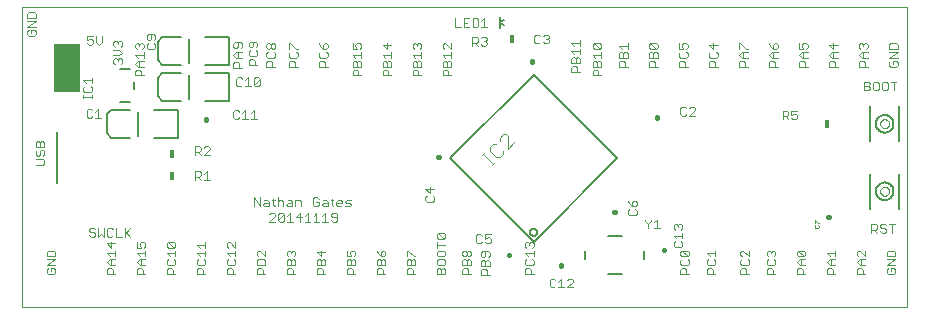
<source format=gto>
G75*
%MOIN*%
%OFA0B0*%
%FSLAX24Y24*%
%IPPOS*%
%LPD*%
%AMOC8*
5,1,8,0,0,1.08239X$1,22.5*
%
%ADD10C,0.0000*%
%ADD11C,0.0030*%
%ADD12R,0.0850X0.1625*%
%ADD13C,0.0080*%
%ADD14R,0.0156X0.0300*%
%ADD15C,0.0050*%
%ADD16C,0.0150*%
%ADD17C,0.0040*%
%ADD18C,0.0010*%
D10*
X001680Y001485D02*
X001680Y011485D01*
X031180Y011485D01*
X031180Y001485D01*
X001680Y001485D01*
X030280Y005360D02*
X030282Y005384D01*
X030288Y005408D01*
X030297Y005430D01*
X030310Y005450D01*
X030326Y005468D01*
X030345Y005483D01*
X030366Y005496D01*
X030388Y005504D01*
X030412Y005509D01*
X030436Y005510D01*
X030460Y005507D01*
X030483Y005500D01*
X030505Y005490D01*
X030525Y005476D01*
X030542Y005459D01*
X030557Y005440D01*
X030568Y005419D01*
X030576Y005396D01*
X030580Y005372D01*
X030580Y005348D01*
X030576Y005324D01*
X030568Y005301D01*
X030557Y005280D01*
X030542Y005261D01*
X030525Y005244D01*
X030505Y005230D01*
X030483Y005220D01*
X030460Y005213D01*
X030436Y005210D01*
X030412Y005211D01*
X030388Y005216D01*
X030366Y005224D01*
X030345Y005237D01*
X030326Y005252D01*
X030310Y005270D01*
X030297Y005290D01*
X030288Y005312D01*
X030282Y005336D01*
X030280Y005360D01*
X030280Y007610D02*
X030282Y007634D01*
X030288Y007658D01*
X030297Y007680D01*
X030310Y007700D01*
X030326Y007718D01*
X030345Y007733D01*
X030366Y007746D01*
X030388Y007754D01*
X030412Y007759D01*
X030436Y007760D01*
X030460Y007757D01*
X030483Y007750D01*
X030505Y007740D01*
X030525Y007726D01*
X030542Y007709D01*
X030557Y007690D01*
X030568Y007669D01*
X030576Y007646D01*
X030580Y007622D01*
X030580Y007598D01*
X030576Y007574D01*
X030568Y007551D01*
X030557Y007530D01*
X030542Y007511D01*
X030525Y007494D01*
X030505Y007480D01*
X030483Y007470D01*
X030460Y007463D01*
X030436Y007460D01*
X030412Y007461D01*
X030388Y007466D01*
X030366Y007474D01*
X030345Y007487D01*
X030326Y007502D01*
X030310Y007520D01*
X030297Y007540D01*
X030288Y007562D01*
X030282Y007586D01*
X030280Y007610D01*
D11*
X030185Y008725D02*
X030233Y008774D01*
X030233Y008967D01*
X030185Y009016D01*
X030088Y009016D01*
X030040Y008967D01*
X030040Y008774D01*
X030088Y008725D01*
X030185Y008725D01*
X030334Y008774D02*
X030383Y008725D01*
X030479Y008725D01*
X030528Y008774D01*
X030528Y008967D01*
X030479Y009016D01*
X030383Y009016D01*
X030334Y008967D01*
X030334Y008774D01*
X030726Y008725D02*
X030726Y009016D01*
X030822Y009016D02*
X030629Y009016D01*
X029938Y008967D02*
X029938Y008919D01*
X029890Y008870D01*
X029745Y008870D01*
X029745Y008725D02*
X029890Y008725D01*
X029938Y008774D01*
X029938Y008822D01*
X029890Y008870D01*
X029938Y008967D02*
X029890Y009016D01*
X029745Y009016D01*
X029745Y008725D01*
X029763Y009516D02*
X029763Y009661D01*
X029715Y009710D01*
X029618Y009710D01*
X029570Y009661D01*
X029570Y009516D01*
X029860Y009516D01*
X030570Y009565D02*
X030618Y009516D01*
X030812Y009516D01*
X030860Y009565D01*
X030860Y009661D01*
X030812Y009710D01*
X030715Y009710D01*
X030715Y009613D01*
X030618Y009710D02*
X030570Y009661D01*
X030570Y009565D01*
X030570Y009811D02*
X030860Y010004D01*
X030570Y010004D01*
X030570Y010106D02*
X030570Y010251D01*
X030618Y010299D01*
X030812Y010299D01*
X030860Y010251D01*
X030860Y010106D01*
X030570Y010106D01*
X030570Y009811D02*
X030860Y009811D01*
X029860Y009811D02*
X029667Y009811D01*
X029570Y009908D01*
X029667Y010004D01*
X029860Y010004D01*
X029812Y010106D02*
X029860Y010154D01*
X029860Y010251D01*
X029812Y010299D01*
X029763Y010299D01*
X029715Y010251D01*
X029715Y010202D01*
X029715Y010251D02*
X029667Y010299D01*
X029618Y010299D01*
X029570Y010251D01*
X029570Y010154D01*
X029618Y010106D01*
X029715Y010004D02*
X029715Y009811D01*
X028860Y009811D02*
X028667Y009811D01*
X028570Y009908D01*
X028667Y010004D01*
X028860Y010004D01*
X028715Y010004D02*
X028715Y009811D01*
X028715Y009710D02*
X028763Y009661D01*
X028763Y009516D01*
X028860Y009516D02*
X028570Y009516D01*
X028570Y009661D01*
X028618Y009710D01*
X028715Y009710D01*
X027860Y009811D02*
X027667Y009811D01*
X027570Y009908D01*
X027667Y010004D01*
X027860Y010004D01*
X027812Y010106D02*
X027860Y010154D01*
X027860Y010251D01*
X027812Y010299D01*
X027715Y010299D01*
X027667Y010251D01*
X027667Y010202D01*
X027715Y010106D01*
X027570Y010106D01*
X027570Y010299D01*
X027715Y010004D02*
X027715Y009811D01*
X027715Y009710D02*
X027763Y009661D01*
X027763Y009516D01*
X027860Y009516D02*
X027570Y009516D01*
X027570Y009661D01*
X027618Y009710D01*
X027715Y009710D01*
X026860Y009811D02*
X026667Y009811D01*
X026570Y009908D01*
X026667Y010004D01*
X026860Y010004D01*
X026812Y010106D02*
X026860Y010154D01*
X026860Y010251D01*
X026812Y010299D01*
X026763Y010299D01*
X026715Y010251D01*
X026715Y010106D01*
X026812Y010106D01*
X026715Y010106D02*
X026618Y010202D01*
X026570Y010299D01*
X026715Y010004D02*
X026715Y009811D01*
X026715Y009710D02*
X026763Y009661D01*
X026763Y009516D01*
X026860Y009516D02*
X026570Y009516D01*
X026570Y009661D01*
X026618Y009710D01*
X026715Y009710D01*
X025860Y009811D02*
X025667Y009811D01*
X025570Y009908D01*
X025667Y010004D01*
X025860Y010004D01*
X025860Y010106D02*
X025812Y010106D01*
X025618Y010299D01*
X025570Y010299D01*
X025570Y010106D01*
X025715Y010004D02*
X025715Y009811D01*
X025715Y009710D02*
X025763Y009661D01*
X025763Y009516D01*
X025860Y009516D02*
X025570Y009516D01*
X025570Y009661D01*
X025618Y009710D01*
X025715Y009710D01*
X024860Y009859D02*
X024860Y009956D01*
X024812Y010004D01*
X024715Y010106D02*
X024715Y010299D01*
X024860Y010251D02*
X024570Y010251D01*
X024715Y010106D01*
X024618Y010004D02*
X024570Y009956D01*
X024570Y009859D01*
X024618Y009811D01*
X024812Y009811D01*
X024860Y009859D01*
X024715Y009710D02*
X024618Y009710D01*
X024570Y009661D01*
X024570Y009516D01*
X024860Y009516D01*
X024763Y009516D02*
X024763Y009661D01*
X024715Y009710D01*
X023860Y009859D02*
X023860Y009956D01*
X023812Y010004D01*
X023812Y010106D02*
X023860Y010154D01*
X023860Y010251D01*
X023812Y010299D01*
X023715Y010299D01*
X023667Y010251D01*
X023667Y010202D01*
X023715Y010106D01*
X023570Y010106D01*
X023570Y010299D01*
X023618Y010004D02*
X023570Y009956D01*
X023570Y009859D01*
X023618Y009811D01*
X023812Y009811D01*
X023860Y009859D01*
X023715Y009710D02*
X023618Y009710D01*
X023570Y009661D01*
X023570Y009516D01*
X023860Y009516D01*
X023763Y009516D02*
X023763Y009661D01*
X023715Y009710D01*
X022860Y009811D02*
X022860Y009956D01*
X022812Y010004D01*
X022763Y010004D01*
X022715Y009956D01*
X022715Y009811D01*
X022715Y009710D02*
X022763Y009661D01*
X022763Y009516D01*
X022860Y009516D02*
X022570Y009516D01*
X022570Y009661D01*
X022618Y009710D01*
X022715Y009710D01*
X022860Y009811D02*
X022570Y009811D01*
X022570Y009956D01*
X022618Y010004D01*
X022667Y010004D01*
X022715Y009956D01*
X022812Y010106D02*
X022618Y010106D01*
X022570Y010154D01*
X022570Y010251D01*
X022618Y010299D01*
X022812Y010106D01*
X022860Y010154D01*
X022860Y010251D01*
X022812Y010299D01*
X022618Y010299D01*
X021860Y010299D02*
X021860Y010106D01*
X021860Y010202D02*
X021570Y010202D01*
X021667Y010106D01*
X021667Y010004D02*
X021715Y009956D01*
X021715Y009811D01*
X021715Y009710D02*
X021763Y009661D01*
X021763Y009516D01*
X021860Y009516D02*
X021570Y009516D01*
X021570Y009661D01*
X021618Y009710D01*
X021715Y009710D01*
X021860Y009811D02*
X021570Y009811D01*
X021570Y009956D01*
X021618Y010004D01*
X021667Y010004D01*
X021715Y009956D02*
X021763Y010004D01*
X021812Y010004D01*
X021860Y009956D01*
X021860Y009811D01*
X020985Y009811D02*
X020985Y010004D01*
X020985Y009908D02*
X020695Y009908D01*
X020792Y009811D01*
X020792Y009710D02*
X020840Y009661D01*
X020840Y009516D01*
X020840Y009415D02*
X020888Y009367D01*
X020888Y009222D01*
X020985Y009222D02*
X020695Y009222D01*
X020695Y009367D01*
X020743Y009415D01*
X020840Y009415D01*
X020985Y009516D02*
X020695Y009516D01*
X020695Y009661D01*
X020743Y009710D01*
X020792Y009710D01*
X020840Y009661D02*
X020888Y009710D01*
X020937Y009710D01*
X020985Y009661D01*
X020985Y009516D01*
X020273Y009629D02*
X020273Y009774D01*
X020224Y009822D01*
X020176Y009822D01*
X020127Y009774D01*
X020127Y009629D01*
X020127Y009528D02*
X020176Y009479D01*
X020176Y009334D01*
X020273Y009334D02*
X019982Y009334D01*
X019982Y009479D01*
X020031Y009528D01*
X020127Y009528D01*
X019982Y009629D02*
X019982Y009774D01*
X020031Y009822D01*
X020079Y009822D01*
X020127Y009774D01*
X020079Y009923D02*
X019982Y010020D01*
X020273Y010020D01*
X020273Y009923D02*
X020273Y010117D01*
X020273Y010218D02*
X020273Y010412D01*
X020273Y010315D02*
X019982Y010315D01*
X020079Y010218D01*
X020695Y010251D02*
X020695Y010154D01*
X020743Y010106D01*
X020937Y010106D01*
X020743Y010299D01*
X020937Y010299D01*
X020985Y010251D01*
X020985Y010154D01*
X020937Y010106D01*
X020743Y010299D02*
X020695Y010251D01*
X020273Y009629D02*
X019982Y009629D01*
X019244Y010341D02*
X019195Y010293D01*
X019099Y010293D01*
X019050Y010341D01*
X018949Y010341D02*
X018901Y010293D01*
X018804Y010293D01*
X018756Y010341D01*
X018756Y010535D01*
X018804Y010583D01*
X018901Y010583D01*
X018949Y010535D01*
X019050Y010535D02*
X019099Y010583D01*
X019195Y010583D01*
X019244Y010535D01*
X019244Y010486D01*
X019195Y010438D01*
X019244Y010390D01*
X019244Y010341D01*
X019195Y010438D02*
X019147Y010438D01*
X017169Y010460D02*
X017169Y010411D01*
X017120Y010363D01*
X017169Y010315D01*
X017169Y010266D01*
X017120Y010218D01*
X017024Y010218D01*
X016975Y010266D01*
X016874Y010218D02*
X016777Y010315D01*
X016826Y010315D02*
X016681Y010315D01*
X016681Y010218D02*
X016681Y010508D01*
X016826Y010508D01*
X016874Y010460D01*
X016874Y010363D01*
X016826Y010315D01*
X016975Y010460D02*
X017024Y010508D01*
X017120Y010508D01*
X017169Y010460D01*
X017120Y010363D02*
X017072Y010363D01*
X017085Y010830D02*
X017085Y011121D01*
X016988Y011024D01*
X016887Y011072D02*
X016887Y010879D01*
X016838Y010830D01*
X016693Y010830D01*
X016693Y011121D01*
X016838Y011121D01*
X016887Y011072D01*
X016592Y011121D02*
X016399Y011121D01*
X016399Y010830D01*
X016592Y010830D01*
X016495Y010975D02*
X016399Y010975D01*
X016297Y010830D02*
X016104Y010830D01*
X016104Y011121D01*
X016988Y010830D02*
X017181Y010830D01*
X015985Y010299D02*
X015985Y010106D01*
X015792Y010299D01*
X015743Y010299D01*
X015695Y010251D01*
X015695Y010154D01*
X015743Y010106D01*
X015985Y010004D02*
X015985Y009811D01*
X015985Y009908D02*
X015695Y009908D01*
X015792Y009811D01*
X015792Y009710D02*
X015743Y009710D01*
X015695Y009661D01*
X015695Y009516D01*
X015985Y009516D01*
X015985Y009661D01*
X015937Y009710D01*
X015888Y009710D01*
X015840Y009661D01*
X015840Y009516D01*
X015840Y009415D02*
X015888Y009367D01*
X015888Y009222D01*
X015985Y009222D02*
X015695Y009222D01*
X015695Y009367D01*
X015743Y009415D01*
X015840Y009415D01*
X015840Y009661D02*
X015792Y009710D01*
X014985Y009661D02*
X014985Y009516D01*
X014695Y009516D01*
X014695Y009661D01*
X014743Y009710D01*
X014792Y009710D01*
X014840Y009661D01*
X014840Y009516D01*
X014840Y009415D02*
X014888Y009367D01*
X014888Y009222D01*
X014985Y009222D02*
X014695Y009222D01*
X014695Y009367D01*
X014743Y009415D01*
X014840Y009415D01*
X014840Y009661D02*
X014888Y009710D01*
X014937Y009710D01*
X014985Y009661D01*
X014985Y009811D02*
X014985Y010004D01*
X014985Y009908D02*
X014695Y009908D01*
X014792Y009811D01*
X014743Y010106D02*
X014695Y010154D01*
X014695Y010251D01*
X014743Y010299D01*
X014792Y010299D01*
X014840Y010251D01*
X014888Y010299D01*
X014937Y010299D01*
X014985Y010251D01*
X014985Y010154D01*
X014937Y010106D01*
X014840Y010202D02*
X014840Y010251D01*
X013985Y010251D02*
X013695Y010251D01*
X013840Y010106D01*
X013840Y010299D01*
X013985Y010004D02*
X013985Y009811D01*
X013985Y009908D02*
X013695Y009908D01*
X013792Y009811D01*
X013792Y009710D02*
X013840Y009661D01*
X013840Y009516D01*
X013840Y009415D02*
X013888Y009367D01*
X013888Y009222D01*
X013985Y009222D02*
X013695Y009222D01*
X013695Y009367D01*
X013743Y009415D01*
X013840Y009415D01*
X013985Y009516D02*
X013695Y009516D01*
X013695Y009661D01*
X013743Y009710D01*
X013792Y009710D01*
X013840Y009661D02*
X013888Y009710D01*
X013937Y009710D01*
X013985Y009661D01*
X013985Y009516D01*
X012985Y009516D02*
X012985Y009661D01*
X012937Y009710D01*
X012888Y009710D01*
X012840Y009661D01*
X012840Y009516D01*
X012840Y009415D02*
X012888Y009367D01*
X012888Y009222D01*
X012985Y009222D02*
X012695Y009222D01*
X012695Y009367D01*
X012743Y009415D01*
X012840Y009415D01*
X012985Y009516D02*
X012695Y009516D01*
X012695Y009661D01*
X012743Y009710D01*
X012792Y009710D01*
X012840Y009661D01*
X012792Y009811D02*
X012695Y009908D01*
X012985Y009908D01*
X012985Y010004D02*
X012985Y009811D01*
X012937Y010106D02*
X012985Y010154D01*
X012985Y010251D01*
X012937Y010299D01*
X012840Y010299D01*
X012792Y010251D01*
X012792Y010202D01*
X012840Y010106D01*
X012695Y010106D01*
X012695Y010299D01*
X011860Y010251D02*
X011860Y010154D01*
X011812Y010106D01*
X011715Y010106D01*
X011715Y010251D01*
X011763Y010299D01*
X011812Y010299D01*
X011860Y010251D01*
X011715Y010106D02*
X011618Y010202D01*
X011570Y010299D01*
X011618Y010004D02*
X011570Y009956D01*
X011570Y009859D01*
X011618Y009811D01*
X011812Y009811D01*
X011860Y009859D01*
X011860Y009956D01*
X011812Y010004D01*
X011715Y009710D02*
X011618Y009710D01*
X011570Y009661D01*
X011570Y009516D01*
X011860Y009516D01*
X011763Y009516D02*
X011763Y009661D01*
X011715Y009710D01*
X010860Y009859D02*
X010860Y009956D01*
X010812Y010004D01*
X010812Y010106D02*
X010860Y010106D01*
X010812Y010106D02*
X010618Y010299D01*
X010570Y010299D01*
X010570Y010106D01*
X010618Y010004D02*
X010570Y009956D01*
X010570Y009859D01*
X010618Y009811D01*
X010812Y009811D01*
X010860Y009859D01*
X010715Y009710D02*
X010763Y009661D01*
X010763Y009516D01*
X010860Y009516D02*
X010570Y009516D01*
X010570Y009661D01*
X010618Y009710D01*
X010715Y009710D01*
X010110Y009859D02*
X010110Y009956D01*
X010062Y010004D01*
X010062Y010106D02*
X010013Y010106D01*
X009965Y010154D01*
X009965Y010251D01*
X010013Y010299D01*
X010062Y010299D01*
X010110Y010251D01*
X010110Y010154D01*
X010062Y010106D01*
X009965Y010154D02*
X009917Y010106D01*
X009868Y010106D01*
X009820Y010154D01*
X009820Y010251D01*
X009868Y010299D01*
X009917Y010299D01*
X009965Y010251D01*
X009523Y010204D02*
X009523Y010301D01*
X009474Y010349D01*
X009281Y010349D01*
X009232Y010301D01*
X009232Y010204D01*
X009281Y010156D01*
X009329Y010156D01*
X009377Y010204D01*
X009377Y010349D01*
X009523Y010204D02*
X009474Y010156D01*
X009474Y010054D02*
X009523Y010006D01*
X009523Y009909D01*
X009474Y009861D01*
X009281Y009861D01*
X009232Y009909D01*
X009232Y010006D01*
X009281Y010054D01*
X009281Y009760D02*
X009377Y009760D01*
X009426Y009711D01*
X009426Y009566D01*
X009523Y009566D02*
X009232Y009566D01*
X009232Y009711D01*
X009281Y009760D01*
X009820Y009661D02*
X009820Y009516D01*
X010110Y009516D01*
X010013Y009516D02*
X010013Y009661D01*
X009965Y009710D01*
X009868Y009710D01*
X009820Y009661D01*
X009868Y009811D02*
X010062Y009811D01*
X010110Y009859D01*
X009868Y009811D02*
X009820Y009859D01*
X009820Y009956D01*
X009868Y010004D01*
X009554Y009159D02*
X009458Y009159D01*
X009409Y009111D01*
X009409Y008917D01*
X009603Y009111D01*
X009603Y008917D01*
X009554Y008869D01*
X009458Y008869D01*
X009409Y008917D01*
X009308Y008869D02*
X009115Y008869D01*
X009211Y008869D02*
X009211Y009159D01*
X009115Y009062D01*
X009013Y009111D02*
X008965Y009159D01*
X008868Y009159D01*
X008820Y009111D01*
X008820Y008917D01*
X008868Y008869D01*
X008965Y008869D01*
X009013Y008917D01*
X009554Y009159D02*
X009603Y009111D01*
X009406Y008066D02*
X009406Y007775D01*
X009309Y007775D02*
X009503Y007775D01*
X009309Y007969D02*
X009406Y008066D01*
X009111Y008066D02*
X009015Y007969D01*
X008913Y008017D02*
X008865Y008066D01*
X008768Y008066D01*
X008720Y008017D01*
X008720Y007824D01*
X008768Y007775D01*
X008865Y007775D01*
X008913Y007824D01*
X009015Y007775D02*
X009208Y007775D01*
X009111Y007775D02*
X009111Y008066D01*
X007885Y006866D02*
X007788Y006866D01*
X007740Y006817D01*
X007638Y006817D02*
X007638Y006720D01*
X007590Y006672D01*
X007445Y006672D01*
X007445Y006575D02*
X007445Y006866D01*
X007590Y006866D01*
X007638Y006817D01*
X007542Y006672D02*
X007638Y006575D01*
X007740Y006575D02*
X007933Y006769D01*
X007933Y006817D01*
X007885Y006866D01*
X007933Y006575D02*
X007740Y006575D01*
X007836Y006041D02*
X007836Y005750D01*
X007740Y005750D02*
X007933Y005750D01*
X007740Y005944D02*
X007836Y006041D01*
X007638Y005992D02*
X007590Y006041D01*
X007445Y006041D01*
X007445Y005750D01*
X007445Y005847D02*
X007590Y005847D01*
X007638Y005895D01*
X007638Y005992D01*
X007542Y005847D02*
X007638Y005750D01*
X009408Y005153D02*
X009601Y004863D01*
X009601Y005153D01*
X009751Y005056D02*
X009847Y005056D01*
X009896Y005008D01*
X009896Y004863D01*
X009751Y004863D01*
X009702Y004911D01*
X009751Y004960D01*
X009896Y004960D01*
X009997Y005056D02*
X010094Y005056D01*
X010045Y005105D02*
X010045Y004911D01*
X010094Y004863D01*
X010193Y004863D02*
X010193Y005153D01*
X010242Y005056D02*
X010338Y005056D01*
X010387Y005008D01*
X010387Y004863D01*
X010488Y004911D02*
X010536Y004960D01*
X010681Y004960D01*
X010681Y005008D02*
X010681Y004863D01*
X010536Y004863D01*
X010488Y004911D01*
X010536Y005056D02*
X010633Y005056D01*
X010681Y005008D01*
X010783Y005056D02*
X010783Y004863D01*
X010976Y004863D02*
X010976Y005008D01*
X010928Y005056D01*
X010783Y005056D01*
X010242Y005056D02*
X010193Y005008D01*
X010263Y004641D02*
X010360Y004641D01*
X010408Y004592D01*
X010215Y004399D01*
X010263Y004350D01*
X010360Y004350D01*
X010408Y004399D01*
X010408Y004592D01*
X010509Y004544D02*
X010606Y004641D01*
X010606Y004350D01*
X010509Y004350D02*
X010703Y004350D01*
X010804Y004495D02*
X010997Y004495D01*
X011099Y004544D02*
X011195Y004641D01*
X011195Y004350D01*
X011099Y004350D02*
X011292Y004350D01*
X011393Y004350D02*
X011587Y004350D01*
X011490Y004350D02*
X011490Y004641D01*
X011393Y004544D01*
X011688Y004544D02*
X011785Y004641D01*
X011785Y004350D01*
X011881Y004350D02*
X011688Y004350D01*
X011983Y004399D02*
X012031Y004350D01*
X012128Y004350D01*
X012176Y004399D01*
X012176Y004592D01*
X012128Y004641D01*
X012031Y004641D01*
X011983Y004592D01*
X011983Y004544D01*
X012031Y004495D01*
X012176Y004495D01*
X012206Y004863D02*
X012158Y004911D01*
X012158Y005008D01*
X012206Y005056D01*
X012303Y005056D01*
X012351Y005008D01*
X012351Y004960D01*
X012158Y004960D01*
X012206Y004863D02*
X012303Y004863D01*
X012452Y004863D02*
X012597Y004863D01*
X012646Y004911D01*
X012597Y004960D01*
X012501Y004960D01*
X012452Y005008D01*
X012501Y005056D01*
X012646Y005056D01*
X012058Y005056D02*
X011961Y005056D01*
X012010Y005105D02*
X012010Y004911D01*
X012058Y004863D01*
X011860Y004863D02*
X011860Y005008D01*
X011812Y005056D01*
X011715Y005056D01*
X011715Y004960D02*
X011666Y004911D01*
X011715Y004863D01*
X011860Y004863D01*
X011860Y004960D02*
X011715Y004960D01*
X011565Y005008D02*
X011469Y005008D01*
X011565Y005008D02*
X011565Y004911D01*
X011517Y004863D01*
X011420Y004863D01*
X011372Y004911D01*
X011372Y005105D01*
X011420Y005153D01*
X011517Y005153D01*
X011565Y005105D01*
X010949Y004641D02*
X010804Y004495D01*
X010949Y004350D02*
X010949Y004641D01*
X010263Y004641D02*
X010215Y004592D01*
X010215Y004399D01*
X010113Y004350D02*
X009920Y004350D01*
X010113Y004544D01*
X010113Y004592D01*
X010065Y004641D01*
X009968Y004641D01*
X009920Y004592D01*
X009408Y004863D02*
X009408Y005153D01*
X008790Y003678D02*
X008790Y003484D01*
X008597Y003678D01*
X008548Y003678D01*
X008500Y003629D01*
X008500Y003533D01*
X008548Y003484D01*
X008500Y003286D02*
X008790Y003286D01*
X008790Y003190D02*
X008790Y003383D01*
X008597Y003190D02*
X008500Y003286D01*
X008548Y003088D02*
X008500Y003040D01*
X008500Y002943D01*
X008548Y002895D01*
X008742Y002895D01*
X008790Y002943D01*
X008790Y003040D01*
X008742Y003088D01*
X008645Y002794D02*
X008693Y002745D01*
X008693Y002600D01*
X008790Y002600D02*
X008500Y002600D01*
X008500Y002745D01*
X008548Y002794D01*
X008645Y002794D01*
X009500Y002745D02*
X009500Y002600D01*
X009790Y002600D01*
X009693Y002600D02*
X009693Y002745D01*
X009645Y002794D01*
X009548Y002794D01*
X009500Y002745D01*
X009500Y002895D02*
X009500Y003040D01*
X009548Y003088D01*
X009742Y003088D01*
X009790Y003040D01*
X009790Y002895D01*
X009500Y002895D01*
X009548Y003190D02*
X009500Y003238D01*
X009500Y003335D01*
X009548Y003383D01*
X009597Y003383D01*
X009790Y003190D01*
X009790Y003383D01*
X010500Y003335D02*
X010548Y003383D01*
X010597Y003383D01*
X010645Y003335D01*
X010693Y003383D01*
X010742Y003383D01*
X010790Y003335D01*
X010790Y003238D01*
X010742Y003190D01*
X010742Y003088D02*
X010790Y003040D01*
X010790Y002895D01*
X010500Y002895D01*
X010500Y003040D01*
X010548Y003088D01*
X010597Y003088D01*
X010645Y003040D01*
X010645Y002895D01*
X010645Y002794D02*
X010693Y002745D01*
X010693Y002600D01*
X010790Y002600D02*
X010500Y002600D01*
X010500Y002745D01*
X010548Y002794D01*
X010645Y002794D01*
X010645Y003040D02*
X010693Y003088D01*
X010742Y003088D01*
X010548Y003190D02*
X010500Y003238D01*
X010500Y003335D01*
X010645Y003335D02*
X010645Y003286D01*
X011500Y003335D02*
X011645Y003190D01*
X011645Y003383D01*
X011790Y003335D02*
X011500Y003335D01*
X011548Y003088D02*
X011597Y003088D01*
X011645Y003040D01*
X011645Y002895D01*
X011645Y002794D02*
X011693Y002745D01*
X011693Y002600D01*
X011790Y002600D02*
X011500Y002600D01*
X011500Y002745D01*
X011548Y002794D01*
X011645Y002794D01*
X011790Y002895D02*
X011500Y002895D01*
X011500Y003040D01*
X011548Y003088D01*
X011645Y003040D02*
X011693Y003088D01*
X011742Y003088D01*
X011790Y003040D01*
X011790Y002895D01*
X012500Y002895D02*
X012500Y003040D01*
X012548Y003088D01*
X012597Y003088D01*
X012645Y003040D01*
X012645Y002895D01*
X012645Y002794D02*
X012548Y002794D01*
X012500Y002745D01*
X012500Y002600D01*
X012790Y002600D01*
X012693Y002600D02*
X012693Y002745D01*
X012645Y002794D01*
X012790Y002895D02*
X012500Y002895D01*
X012645Y003040D02*
X012693Y003088D01*
X012742Y003088D01*
X012790Y003040D01*
X012790Y002895D01*
X012742Y003190D02*
X012790Y003238D01*
X012790Y003335D01*
X012742Y003383D01*
X012645Y003383D01*
X012597Y003335D01*
X012597Y003286D01*
X012645Y003190D01*
X012500Y003190D01*
X012500Y003383D01*
X013500Y003383D02*
X013548Y003286D01*
X013645Y003190D01*
X013645Y003335D01*
X013693Y003383D01*
X013742Y003383D01*
X013790Y003335D01*
X013790Y003238D01*
X013742Y003190D01*
X013645Y003190D01*
X013693Y003088D02*
X013742Y003088D01*
X013790Y003040D01*
X013790Y002895D01*
X013500Y002895D01*
X013500Y003040D01*
X013548Y003088D01*
X013597Y003088D01*
X013645Y003040D01*
X013645Y002895D01*
X013645Y002794D02*
X013548Y002794D01*
X013500Y002745D01*
X013500Y002600D01*
X013790Y002600D01*
X013693Y002600D02*
X013693Y002745D01*
X013645Y002794D01*
X013645Y003040D02*
X013693Y003088D01*
X014500Y003040D02*
X014500Y002895D01*
X014790Y002895D01*
X014790Y003040D01*
X014742Y003088D01*
X014693Y003088D01*
X014645Y003040D01*
X014645Y002895D01*
X014645Y002794D02*
X014693Y002745D01*
X014693Y002600D01*
X014790Y002600D02*
X014500Y002600D01*
X014500Y002745D01*
X014548Y002794D01*
X014645Y002794D01*
X014645Y003040D02*
X014597Y003088D01*
X014548Y003088D01*
X014500Y003040D01*
X014500Y003190D02*
X014500Y003383D01*
X014548Y003383D01*
X014742Y003190D01*
X014790Y003190D01*
X015500Y003238D02*
X015548Y003190D01*
X015742Y003190D01*
X015790Y003238D01*
X015790Y003335D01*
X015742Y003383D01*
X015548Y003383D01*
X015500Y003335D01*
X015500Y003238D01*
X015548Y003088D02*
X015500Y003040D01*
X015500Y002943D01*
X015548Y002895D01*
X015742Y002895D01*
X015790Y002943D01*
X015790Y003040D01*
X015742Y003088D01*
X015548Y003088D01*
X015500Y003484D02*
X015500Y003678D01*
X015500Y003581D02*
X015790Y003581D01*
X015742Y003779D02*
X015548Y003972D01*
X015742Y003972D01*
X015790Y003924D01*
X015790Y003827D01*
X015742Y003779D01*
X015548Y003779D01*
X015500Y003827D01*
X015500Y003924D01*
X015548Y003972D01*
X016350Y003335D02*
X016398Y003383D01*
X016447Y003383D01*
X016495Y003335D01*
X016495Y003238D01*
X016447Y003190D01*
X016398Y003190D01*
X016350Y003238D01*
X016350Y003335D01*
X016495Y003335D02*
X016543Y003383D01*
X016592Y003383D01*
X016640Y003335D01*
X016640Y003238D01*
X016592Y003190D01*
X016543Y003190D01*
X016495Y003238D01*
X016543Y003088D02*
X016592Y003088D01*
X016640Y003040D01*
X016640Y002895D01*
X016350Y002895D01*
X016350Y003040D01*
X016398Y003088D01*
X016447Y003088D01*
X016495Y003040D01*
X016495Y002895D01*
X016495Y002794D02*
X016398Y002794D01*
X016350Y002745D01*
X016350Y002600D01*
X016640Y002600D01*
X016543Y002600D02*
X016543Y002745D01*
X016495Y002794D01*
X016975Y002720D02*
X016975Y002575D01*
X017265Y002575D01*
X017168Y002575D02*
X017168Y002720D01*
X017120Y002769D01*
X017023Y002769D01*
X016975Y002720D01*
X016975Y002870D02*
X016975Y003015D01*
X017023Y003063D01*
X017072Y003063D01*
X017120Y003015D01*
X017120Y002870D01*
X017265Y002870D02*
X017265Y003015D01*
X017217Y003063D01*
X017168Y003063D01*
X017120Y003015D01*
X017072Y003165D02*
X017023Y003165D01*
X016975Y003213D01*
X016975Y003310D01*
X017023Y003358D01*
X017217Y003358D01*
X017265Y003310D01*
X017265Y003213D01*
X017217Y003165D01*
X017120Y003213D02*
X017120Y003358D01*
X017120Y003213D02*
X017072Y003165D01*
X016975Y002870D02*
X017265Y002870D01*
X016543Y003088D02*
X016495Y003040D01*
X015790Y002745D02*
X015790Y002600D01*
X015500Y002600D01*
X015500Y002745D01*
X015548Y002794D01*
X015597Y002794D01*
X015645Y002745D01*
X015645Y002600D01*
X015645Y002745D02*
X015693Y002794D01*
X015742Y002794D01*
X015790Y002745D01*
X016806Y003679D02*
X016854Y003630D01*
X016951Y003630D01*
X016999Y003679D01*
X017100Y003679D02*
X017149Y003630D01*
X017245Y003630D01*
X017294Y003679D01*
X017294Y003775D01*
X017245Y003824D01*
X017197Y003824D01*
X017100Y003775D01*
X017100Y003921D01*
X017294Y003921D01*
X016999Y003872D02*
X016951Y003921D01*
X016854Y003921D01*
X016806Y003872D01*
X016806Y003679D01*
X018437Y003629D02*
X018486Y003678D01*
X018534Y003678D01*
X018582Y003629D01*
X018631Y003678D01*
X018679Y003678D01*
X018728Y003629D01*
X018728Y003533D01*
X018679Y003484D01*
X018728Y003383D02*
X018728Y003190D01*
X018728Y003286D02*
X018437Y003286D01*
X018534Y003190D01*
X018486Y003088D02*
X018437Y003040D01*
X018437Y002943D01*
X018486Y002895D01*
X018679Y002895D01*
X018728Y002943D01*
X018728Y003040D01*
X018679Y003088D01*
X018486Y003484D02*
X018437Y003533D01*
X018437Y003629D01*
X018582Y003629D02*
X018582Y003581D01*
X018582Y002794D02*
X018631Y002745D01*
X018631Y002600D01*
X018728Y002600D02*
X018437Y002600D01*
X018437Y002745D01*
X018486Y002794D01*
X018582Y002794D01*
X019261Y002397D02*
X019261Y002204D01*
X019309Y002155D01*
X019406Y002155D01*
X019455Y002204D01*
X019556Y002155D02*
X019749Y002155D01*
X019652Y002155D02*
X019652Y002446D01*
X019556Y002349D01*
X019455Y002397D02*
X019406Y002446D01*
X019309Y002446D01*
X019261Y002397D01*
X019850Y002397D02*
X019899Y002446D01*
X019995Y002446D01*
X020044Y002397D01*
X020044Y002349D01*
X019850Y002155D01*
X020044Y002155D01*
X023625Y002600D02*
X023625Y002745D01*
X023673Y002794D01*
X023770Y002794D01*
X023818Y002745D01*
X023818Y002600D01*
X023915Y002600D02*
X023625Y002600D01*
X023673Y002895D02*
X023867Y002895D01*
X023915Y002943D01*
X023915Y003040D01*
X023867Y003088D01*
X023867Y003190D02*
X023673Y003383D01*
X023867Y003383D01*
X023915Y003335D01*
X023915Y003238D01*
X023867Y003190D01*
X023673Y003190D01*
X023625Y003238D01*
X023625Y003335D01*
X023673Y003383D01*
X023637Y003491D02*
X023685Y003540D01*
X023685Y003636D01*
X023637Y003685D01*
X023685Y003786D02*
X023685Y003979D01*
X023685Y003883D02*
X023395Y003883D01*
X023492Y003786D01*
X023443Y003685D02*
X023395Y003636D01*
X023395Y003540D01*
X023443Y003491D01*
X023637Y003491D01*
X023673Y003088D02*
X023625Y003040D01*
X023625Y002943D01*
X023673Y002895D01*
X024500Y002943D02*
X024548Y002895D01*
X024742Y002895D01*
X024790Y002943D01*
X024790Y003040D01*
X024742Y003088D01*
X024790Y003190D02*
X024790Y003383D01*
X024790Y003286D02*
X024500Y003286D01*
X024597Y003190D01*
X024548Y003088D02*
X024500Y003040D01*
X024500Y002943D01*
X024548Y002794D02*
X024645Y002794D01*
X024693Y002745D01*
X024693Y002600D01*
X024790Y002600D02*
X024500Y002600D01*
X024500Y002745D01*
X024548Y002794D01*
X025625Y002745D02*
X025625Y002600D01*
X025915Y002600D01*
X025818Y002600D02*
X025818Y002745D01*
X025770Y002794D01*
X025673Y002794D01*
X025625Y002745D01*
X025673Y002895D02*
X025867Y002895D01*
X025915Y002943D01*
X025915Y003040D01*
X025867Y003088D01*
X025915Y003190D02*
X025722Y003383D01*
X025673Y003383D01*
X025625Y003335D01*
X025625Y003238D01*
X025673Y003190D01*
X025673Y003088D02*
X025625Y003040D01*
X025625Y002943D01*
X025673Y002895D01*
X025915Y003190D02*
X025915Y003383D01*
X026500Y003335D02*
X026548Y003383D01*
X026597Y003383D01*
X026645Y003335D01*
X026693Y003383D01*
X026742Y003383D01*
X026790Y003335D01*
X026790Y003238D01*
X026742Y003190D01*
X026742Y003088D02*
X026790Y003040D01*
X026790Y002943D01*
X026742Y002895D01*
X026548Y002895D01*
X026500Y002943D01*
X026500Y003040D01*
X026548Y003088D01*
X026548Y003190D02*
X026500Y003238D01*
X026500Y003335D01*
X026645Y003335D02*
X026645Y003286D01*
X027500Y003238D02*
X027548Y003190D01*
X027742Y003190D01*
X027548Y003383D01*
X027742Y003383D01*
X027790Y003335D01*
X027790Y003238D01*
X027742Y003190D01*
X027790Y003088D02*
X027597Y003088D01*
X027500Y002992D01*
X027597Y002895D01*
X027790Y002895D01*
X027645Y002895D02*
X027645Y003088D01*
X027500Y003238D02*
X027500Y003335D01*
X027548Y003383D01*
X028500Y003286D02*
X028597Y003190D01*
X028597Y003088D02*
X028790Y003088D01*
X028790Y003190D02*
X028790Y003383D01*
X028790Y003286D02*
X028500Y003286D01*
X028597Y003088D02*
X028500Y002992D01*
X028597Y002895D01*
X028790Y002895D01*
X028645Y002895D02*
X028645Y003088D01*
X028645Y002794D02*
X028693Y002745D01*
X028693Y002600D01*
X028790Y002600D02*
X028500Y002600D01*
X028500Y002745D01*
X028548Y002794D01*
X028645Y002794D01*
X029500Y002745D02*
X029500Y002600D01*
X029790Y002600D01*
X029693Y002600D02*
X029693Y002745D01*
X029645Y002794D01*
X029548Y002794D01*
X029500Y002745D01*
X029597Y002895D02*
X029500Y002992D01*
X029597Y003088D01*
X029790Y003088D01*
X029790Y003190D02*
X029597Y003383D01*
X029548Y003383D01*
X029500Y003335D01*
X029500Y003238D01*
X029548Y003190D01*
X029645Y003088D02*
X029645Y002895D01*
X029597Y002895D02*
X029790Y002895D01*
X029790Y003190D02*
X029790Y003383D01*
X030500Y003335D02*
X030500Y003190D01*
X030790Y003190D01*
X030790Y003335D01*
X030742Y003383D01*
X030548Y003383D01*
X030500Y003335D01*
X030500Y003088D02*
X030790Y003088D01*
X030500Y002895D01*
X030790Y002895D01*
X030742Y002794D02*
X030645Y002794D01*
X030645Y002697D01*
X030548Y002600D02*
X030742Y002600D01*
X030790Y002649D01*
X030790Y002745D01*
X030742Y002794D01*
X030548Y002794D02*
X030500Y002745D01*
X030500Y002649D01*
X030548Y002600D01*
X027790Y002600D02*
X027500Y002600D01*
X027500Y002745D01*
X027548Y002794D01*
X027645Y002794D01*
X027693Y002745D01*
X027693Y002600D01*
X026790Y002600D02*
X026500Y002600D01*
X026500Y002745D01*
X026548Y002794D01*
X026645Y002794D01*
X026693Y002745D01*
X026693Y002600D01*
X029986Y003980D02*
X029986Y004271D01*
X030131Y004271D01*
X030180Y004222D01*
X030180Y004125D01*
X030131Y004077D01*
X029986Y004077D01*
X030083Y004077D02*
X030180Y003980D01*
X030281Y004029D02*
X030329Y003980D01*
X030426Y003980D01*
X030474Y004029D01*
X030474Y004077D01*
X030426Y004125D01*
X030329Y004125D01*
X030281Y004174D01*
X030281Y004222D01*
X030329Y004271D01*
X030426Y004271D01*
X030474Y004222D01*
X030575Y004271D02*
X030769Y004271D01*
X030672Y004271D02*
X030672Y003980D01*
X023685Y004129D02*
X023637Y004081D01*
X023685Y004129D02*
X023685Y004226D01*
X023637Y004274D01*
X023588Y004274D01*
X023540Y004226D01*
X023540Y004177D01*
X023540Y004226D02*
X023492Y004274D01*
X023443Y004274D01*
X023395Y004226D01*
X023395Y004129D01*
X023443Y004081D01*
X022933Y004125D02*
X022740Y004125D01*
X022836Y004125D02*
X022836Y004416D01*
X022740Y004319D01*
X022638Y004367D02*
X022638Y004416D01*
X022638Y004367D02*
X022542Y004270D01*
X022542Y004125D01*
X022542Y004270D02*
X022445Y004367D01*
X022445Y004416D01*
X022160Y004609D02*
X022160Y004706D01*
X022112Y004754D01*
X022112Y004856D02*
X022015Y004856D01*
X022015Y005001D01*
X022063Y005049D01*
X022112Y005049D01*
X022160Y005001D01*
X022160Y004904D01*
X022112Y004856D01*
X022015Y004856D02*
X021918Y004952D01*
X021870Y005049D01*
X021918Y004754D02*
X021870Y004706D01*
X021870Y004609D01*
X021918Y004561D01*
X022112Y004561D01*
X022160Y004609D01*
X015410Y005059D02*
X015362Y005011D01*
X015168Y005011D01*
X015120Y005059D01*
X015120Y005156D01*
X015168Y005204D01*
X015265Y005306D02*
X015265Y005499D01*
X015410Y005451D02*
X015120Y005451D01*
X015265Y005306D01*
X015362Y005204D02*
X015410Y005156D01*
X015410Y005059D01*
X007790Y003678D02*
X007790Y003484D01*
X007790Y003581D02*
X007500Y003581D01*
X007597Y003484D01*
X007790Y003383D02*
X007790Y003190D01*
X007790Y003286D02*
X007500Y003286D01*
X007597Y003190D01*
X007548Y003088D02*
X007500Y003040D01*
X007500Y002943D01*
X007548Y002895D01*
X007742Y002895D01*
X007790Y002943D01*
X007790Y003040D01*
X007742Y003088D01*
X007645Y002794D02*
X007548Y002794D01*
X007500Y002745D01*
X007500Y002600D01*
X007790Y002600D01*
X007693Y002600D02*
X007693Y002745D01*
X007645Y002794D01*
X006790Y002943D02*
X006742Y002895D01*
X006548Y002895D01*
X006500Y002943D01*
X006500Y003040D01*
X006548Y003088D01*
X006597Y003190D02*
X006500Y003286D01*
X006790Y003286D01*
X006790Y003190D02*
X006790Y003383D01*
X006742Y003484D02*
X006548Y003678D01*
X006742Y003678D01*
X006790Y003629D01*
X006790Y003533D01*
X006742Y003484D01*
X006548Y003484D01*
X006500Y003533D01*
X006500Y003629D01*
X006548Y003678D01*
X005790Y003629D02*
X005790Y003533D01*
X005742Y003484D01*
X005645Y003484D02*
X005597Y003581D01*
X005597Y003629D01*
X005645Y003678D01*
X005742Y003678D01*
X005790Y003629D01*
X005645Y003484D02*
X005500Y003484D01*
X005500Y003678D01*
X005292Y003850D02*
X005147Y003995D01*
X005099Y003947D02*
X005292Y004141D01*
X005099Y004141D02*
X005099Y003850D01*
X004997Y003850D02*
X004804Y003850D01*
X004804Y004141D01*
X004703Y004092D02*
X004654Y004141D01*
X004558Y004141D01*
X004509Y004092D01*
X004509Y003899D01*
X004558Y003850D01*
X004654Y003850D01*
X004703Y003899D01*
X004645Y003678D02*
X004645Y003484D01*
X004500Y003629D01*
X004790Y003629D01*
X004790Y003383D02*
X004790Y003190D01*
X004790Y003286D02*
X004500Y003286D01*
X004597Y003190D01*
X004597Y003088D02*
X004790Y003088D01*
X004645Y003088D02*
X004645Y002895D01*
X004597Y002895D02*
X004500Y002992D01*
X004597Y003088D01*
X004597Y002895D02*
X004790Y002895D01*
X004645Y002794D02*
X004693Y002745D01*
X004693Y002600D01*
X004790Y002600D02*
X004500Y002600D01*
X004500Y002745D01*
X004548Y002794D01*
X004645Y002794D01*
X005500Y002745D02*
X005500Y002600D01*
X005790Y002600D01*
X005693Y002600D02*
X005693Y002745D01*
X005645Y002794D01*
X005548Y002794D01*
X005500Y002745D01*
X005597Y002895D02*
X005500Y002992D01*
X005597Y003088D01*
X005790Y003088D01*
X005790Y003190D02*
X005790Y003383D01*
X005790Y003286D02*
X005500Y003286D01*
X005597Y003190D01*
X005645Y003088D02*
X005645Y002895D01*
X005597Y002895D02*
X005790Y002895D01*
X006500Y002745D02*
X006500Y002600D01*
X006790Y002600D01*
X006693Y002600D02*
X006693Y002745D01*
X006645Y002794D01*
X006548Y002794D01*
X006500Y002745D01*
X006790Y002943D02*
X006790Y003040D01*
X006742Y003088D01*
X004408Y003850D02*
X004408Y004141D01*
X004215Y004141D02*
X004215Y003850D01*
X004311Y003947D01*
X004408Y003850D01*
X004113Y003899D02*
X004065Y003850D01*
X003968Y003850D01*
X003920Y003899D01*
X003968Y003995D02*
X004065Y003995D01*
X004113Y003947D01*
X004113Y003899D01*
X003968Y003995D02*
X003920Y004044D01*
X003920Y004092D01*
X003968Y004141D01*
X004065Y004141D01*
X004113Y004092D01*
X002790Y003335D02*
X002742Y003383D01*
X002548Y003383D01*
X002500Y003335D01*
X002500Y003190D01*
X002790Y003190D01*
X002790Y003335D01*
X002790Y003088D02*
X002500Y003088D01*
X002500Y002895D02*
X002790Y003088D01*
X002790Y002895D02*
X002500Y002895D01*
X002548Y002794D02*
X002500Y002745D01*
X002500Y002649D01*
X002548Y002600D01*
X002742Y002600D01*
X002790Y002649D01*
X002790Y002745D01*
X002742Y002794D01*
X002645Y002794D01*
X002645Y002697D01*
X002374Y006246D02*
X002132Y006246D01*
X002132Y006440D02*
X002374Y006440D01*
X002422Y006391D01*
X002422Y006295D01*
X002374Y006246D01*
X002374Y006541D02*
X002422Y006589D01*
X002422Y006686D01*
X002374Y006734D01*
X002325Y006734D01*
X002277Y006686D01*
X002277Y006589D01*
X002229Y006541D01*
X002180Y006541D01*
X002132Y006589D01*
X002132Y006686D01*
X002180Y006734D01*
X002132Y006836D02*
X002132Y006981D01*
X002180Y007029D01*
X002229Y007029D01*
X002277Y006981D01*
X002277Y006836D01*
X002277Y006981D02*
X002325Y007029D01*
X002374Y007029D01*
X002422Y006981D01*
X002422Y006836D01*
X002132Y006836D01*
X003831Y007860D02*
X003879Y007812D01*
X003976Y007812D01*
X004024Y007860D01*
X004125Y007812D02*
X004319Y007812D01*
X004222Y007812D02*
X004222Y008102D01*
X004125Y008005D01*
X004024Y008053D02*
X003976Y008102D01*
X003879Y008102D01*
X003831Y008053D01*
X003831Y007860D01*
X003720Y008465D02*
X003720Y008561D01*
X003720Y008513D02*
X004010Y008513D01*
X004010Y008465D02*
X004010Y008561D01*
X003962Y008661D02*
X004010Y008709D01*
X004010Y008806D01*
X003962Y008854D01*
X004010Y008956D02*
X004010Y009149D01*
X004010Y009052D02*
X003720Y009052D01*
X003817Y008956D01*
X003768Y008854D02*
X003720Y008806D01*
X003720Y008709D01*
X003768Y008661D01*
X003962Y008661D01*
X005445Y009222D02*
X005445Y009367D01*
X005493Y009415D01*
X005590Y009415D01*
X005638Y009367D01*
X005638Y009222D01*
X005735Y009222D02*
X005445Y009222D01*
X005542Y009516D02*
X005445Y009613D01*
X005542Y009710D01*
X005735Y009710D01*
X005735Y009811D02*
X005735Y010004D01*
X005735Y009908D02*
X005445Y009908D01*
X005542Y009811D01*
X005590Y009710D02*
X005590Y009516D01*
X005542Y009516D02*
X005735Y009516D01*
X005010Y009640D02*
X004962Y009591D01*
X005010Y009640D02*
X005010Y009736D01*
X004962Y009785D01*
X004913Y009785D01*
X004865Y009736D01*
X004865Y009688D01*
X004865Y009736D02*
X004817Y009785D01*
X004768Y009785D01*
X004720Y009736D01*
X004720Y009640D01*
X004768Y009591D01*
X004720Y009886D02*
X004913Y009886D01*
X005010Y009983D01*
X004913Y010079D01*
X004720Y010079D01*
X004768Y010181D02*
X004720Y010229D01*
X004720Y010326D01*
X004768Y010374D01*
X004817Y010374D01*
X004865Y010326D01*
X004913Y010374D01*
X004962Y010374D01*
X005010Y010326D01*
X005010Y010229D01*
X004962Y010181D01*
X004865Y010277D02*
X004865Y010326D01*
X004333Y010347D02*
X004333Y010541D01*
X004140Y010541D02*
X004140Y010347D01*
X004236Y010250D01*
X004333Y010347D01*
X004038Y010395D02*
X004038Y010299D01*
X003990Y010250D01*
X003893Y010250D01*
X003845Y010299D01*
X003845Y010395D02*
X003942Y010444D01*
X003990Y010444D01*
X004038Y010395D01*
X004038Y010541D02*
X003845Y010541D01*
X003845Y010395D01*
X005445Y010251D02*
X005445Y010154D01*
X005493Y010106D01*
X005590Y010202D02*
X005590Y010251D01*
X005638Y010299D01*
X005687Y010299D01*
X005735Y010251D01*
X005735Y010154D01*
X005687Y010106D01*
X005831Y010149D02*
X005879Y010100D01*
X006073Y010100D01*
X006121Y010149D01*
X006121Y010245D01*
X006073Y010294D01*
X006073Y010395D02*
X006121Y010443D01*
X006121Y010540D01*
X006073Y010588D01*
X005879Y010588D01*
X005831Y010540D01*
X005831Y010443D01*
X005879Y010395D01*
X005928Y010395D01*
X005976Y010443D01*
X005976Y010588D01*
X005879Y010294D02*
X005831Y010245D01*
X005831Y010149D01*
X005590Y010251D02*
X005542Y010299D01*
X005493Y010299D01*
X005445Y010251D01*
X002135Y010590D02*
X002135Y010686D01*
X002087Y010735D01*
X001990Y010735D01*
X001990Y010638D01*
X002087Y010541D02*
X002135Y010590D01*
X002087Y010541D02*
X001893Y010541D01*
X001845Y010590D01*
X001845Y010686D01*
X001893Y010735D01*
X001845Y010836D02*
X002135Y011029D01*
X001845Y011029D01*
X001845Y011131D02*
X001845Y011276D01*
X001893Y011324D01*
X002087Y011324D01*
X002135Y011276D01*
X002135Y011131D01*
X001845Y011131D01*
X001845Y010836D02*
X002135Y010836D01*
X023620Y008123D02*
X023620Y007929D01*
X023669Y007881D01*
X023765Y007881D01*
X023814Y007929D01*
X023915Y007881D02*
X024108Y008074D01*
X024108Y008123D01*
X024060Y008171D01*
X023963Y008171D01*
X023915Y008123D01*
X023814Y008123D02*
X023765Y008171D01*
X023669Y008171D01*
X023620Y008123D01*
X023915Y007881D02*
X024108Y007881D01*
X027031Y007852D02*
X027176Y007852D01*
X027224Y007900D01*
X027224Y007997D01*
X027176Y008046D01*
X027031Y008046D01*
X027031Y007755D01*
X027127Y007852D02*
X027224Y007755D01*
X027325Y007804D02*
X027374Y007755D01*
X027470Y007755D01*
X027519Y007804D01*
X027519Y007900D01*
X027470Y007949D01*
X027422Y007949D01*
X027325Y007900D01*
X027325Y008046D01*
X027519Y008046D01*
X028715Y010106D02*
X028715Y010299D01*
X028860Y010251D02*
X028570Y010251D01*
X028715Y010106D01*
D12*
X003180Y009473D03*
D13*
X004936Y009445D02*
X005274Y009445D01*
X005424Y008991D02*
X005424Y008780D01*
X006199Y008520D02*
X006356Y008363D01*
X006986Y008363D01*
X006861Y008083D02*
X006861Y007138D01*
X006074Y007138D01*
X005286Y007138D02*
X004656Y007138D01*
X004499Y007295D01*
X004499Y007925D01*
X004656Y008083D01*
X005286Y008083D01*
X005274Y008325D02*
X004936Y008325D01*
X006074Y008083D02*
X006861Y008083D01*
X006199Y008520D02*
X006199Y009150D01*
X006356Y009308D01*
X006986Y009308D01*
X006986Y009563D02*
X006356Y009563D01*
X006199Y009720D01*
X006199Y010350D01*
X006356Y010508D01*
X006986Y010508D01*
X007774Y010508D02*
X008561Y010508D01*
X008561Y009563D01*
X007774Y009563D01*
X007774Y009308D02*
X008561Y009308D01*
X008561Y008363D01*
X007774Y008363D01*
X002826Y007351D02*
X002826Y005619D01*
X017613Y010804D02*
X017613Y010985D01*
X017735Y011077D01*
X017613Y011166D02*
X017613Y010985D01*
X017619Y010975D02*
X017735Y010899D01*
X021194Y003865D02*
X021666Y003865D01*
X022414Y003353D02*
X022414Y003117D01*
X021666Y002605D02*
X021194Y002605D01*
X020446Y003117D02*
X020446Y003353D01*
D14*
X028505Y007610D03*
X018005Y010423D03*
X006680Y006610D03*
X006680Y005860D03*
D15*
X005530Y007210D02*
X005530Y008010D01*
X007230Y008435D02*
X007230Y009235D01*
X007230Y009635D02*
X007230Y010435D01*
X015943Y006458D02*
X018727Y009242D01*
X021511Y006458D01*
X018727Y003674D01*
X015943Y006458D01*
X018609Y003994D02*
X018611Y004016D01*
X018617Y004037D01*
X018626Y004056D01*
X018639Y004074D01*
X018655Y004089D01*
X018673Y004101D01*
X018693Y004109D01*
X018714Y004114D01*
X018735Y004115D01*
X018757Y004112D01*
X018778Y004105D01*
X018797Y004095D01*
X018814Y004081D01*
X018828Y004065D01*
X018839Y004046D01*
X018847Y004026D01*
X018851Y004005D01*
X018851Y003983D01*
X018847Y003962D01*
X018839Y003942D01*
X018828Y003923D01*
X018814Y003907D01*
X018797Y003893D01*
X018778Y003883D01*
X018757Y003876D01*
X018735Y003873D01*
X018714Y003874D01*
X018693Y003879D01*
X018673Y003887D01*
X018655Y003899D01*
X018639Y003914D01*
X018626Y003932D01*
X018617Y003951D01*
X018611Y003972D01*
X018609Y003994D01*
X029938Y004770D02*
X029938Y005951D01*
X030922Y005951D02*
X030922Y004770D01*
X030135Y005360D02*
X030137Y005394D01*
X030143Y005428D01*
X030153Y005461D01*
X030166Y005492D01*
X030184Y005522D01*
X030204Y005550D01*
X030228Y005575D01*
X030254Y005597D01*
X030282Y005615D01*
X030313Y005631D01*
X030345Y005643D01*
X030379Y005651D01*
X030413Y005655D01*
X030447Y005655D01*
X030481Y005651D01*
X030515Y005643D01*
X030547Y005631D01*
X030577Y005615D01*
X030606Y005597D01*
X030632Y005575D01*
X030656Y005550D01*
X030676Y005522D01*
X030694Y005492D01*
X030707Y005461D01*
X030717Y005428D01*
X030723Y005394D01*
X030725Y005360D01*
X030723Y005326D01*
X030717Y005292D01*
X030707Y005259D01*
X030694Y005228D01*
X030676Y005198D01*
X030656Y005170D01*
X030632Y005145D01*
X030606Y005123D01*
X030578Y005105D01*
X030547Y005089D01*
X030515Y005077D01*
X030481Y005069D01*
X030447Y005065D01*
X030413Y005065D01*
X030379Y005069D01*
X030345Y005077D01*
X030313Y005089D01*
X030282Y005105D01*
X030254Y005123D01*
X030228Y005145D01*
X030204Y005170D01*
X030184Y005198D01*
X030166Y005228D01*
X030153Y005259D01*
X030143Y005292D01*
X030137Y005326D01*
X030135Y005360D01*
X029938Y007020D02*
X029938Y008201D01*
X030922Y008201D02*
X030922Y007020D01*
X030135Y007610D02*
X030137Y007644D01*
X030143Y007678D01*
X030153Y007711D01*
X030166Y007742D01*
X030184Y007772D01*
X030204Y007800D01*
X030228Y007825D01*
X030254Y007847D01*
X030282Y007865D01*
X030313Y007881D01*
X030345Y007893D01*
X030379Y007901D01*
X030413Y007905D01*
X030447Y007905D01*
X030481Y007901D01*
X030515Y007893D01*
X030547Y007881D01*
X030577Y007865D01*
X030606Y007847D01*
X030632Y007825D01*
X030656Y007800D01*
X030676Y007772D01*
X030694Y007742D01*
X030707Y007711D01*
X030717Y007678D01*
X030723Y007644D01*
X030725Y007610D01*
X030723Y007576D01*
X030717Y007542D01*
X030707Y007509D01*
X030694Y007478D01*
X030676Y007448D01*
X030656Y007420D01*
X030632Y007395D01*
X030606Y007373D01*
X030578Y007355D01*
X030547Y007339D01*
X030515Y007327D01*
X030481Y007319D01*
X030447Y007315D01*
X030413Y007315D01*
X030379Y007319D01*
X030345Y007327D01*
X030313Y007339D01*
X030282Y007355D01*
X030254Y007373D01*
X030228Y007395D01*
X030204Y007420D01*
X030184Y007448D01*
X030166Y007478D01*
X030153Y007509D01*
X030143Y007542D01*
X030137Y007576D01*
X030135Y007610D01*
D16*
X028567Y004485D02*
X028543Y004485D01*
X023092Y003385D02*
X023068Y003385D01*
X021442Y004660D02*
X021418Y004660D01*
X017905Y003247D02*
X017905Y003223D01*
X019630Y002897D02*
X019630Y002873D01*
X015567Y006485D02*
X015543Y006485D01*
X018680Y009661D02*
X018680Y009685D01*
X022830Y007828D02*
X022830Y007804D01*
X007805Y007748D02*
X007805Y007772D01*
D17*
X008712Y009476D02*
X008712Y009631D01*
X008764Y009683D01*
X008867Y009683D01*
X008919Y009631D01*
X008919Y009476D01*
X009023Y009476D02*
X008712Y009476D01*
X008816Y009798D02*
X008712Y009902D01*
X008816Y010005D01*
X009023Y010005D01*
X008971Y010120D02*
X009023Y010172D01*
X009023Y010276D01*
X008971Y010327D01*
X008764Y010327D01*
X008712Y010276D01*
X008712Y010172D01*
X008764Y010120D01*
X008816Y010120D01*
X008867Y010172D01*
X008867Y010327D01*
X008867Y010005D02*
X008867Y009798D01*
X008816Y009798D02*
X009023Y009798D01*
X017001Y006553D02*
X017110Y006661D01*
X017056Y006607D02*
X017381Y006281D01*
X017327Y006227D02*
X017435Y006336D01*
X017490Y006498D02*
X017598Y006498D01*
X017707Y006607D01*
X017707Y006715D01*
X017869Y006770D02*
X017869Y007204D01*
X017815Y007258D01*
X017707Y007258D01*
X017598Y007149D01*
X017598Y007041D01*
X017490Y006932D02*
X017381Y006932D01*
X017273Y006824D01*
X017273Y006715D01*
X017490Y006498D01*
X017869Y006770D02*
X018086Y006987D01*
D18*
X028100Y004388D02*
X028100Y004288D01*
X028125Y004240D02*
X028100Y004215D01*
X028100Y004165D01*
X028125Y004140D01*
X028225Y004140D01*
X028250Y004165D01*
X028250Y004215D01*
X028225Y004240D01*
X028225Y004288D02*
X028250Y004288D01*
X028225Y004288D02*
X028125Y004388D01*
X028100Y004388D01*
M02*

</source>
